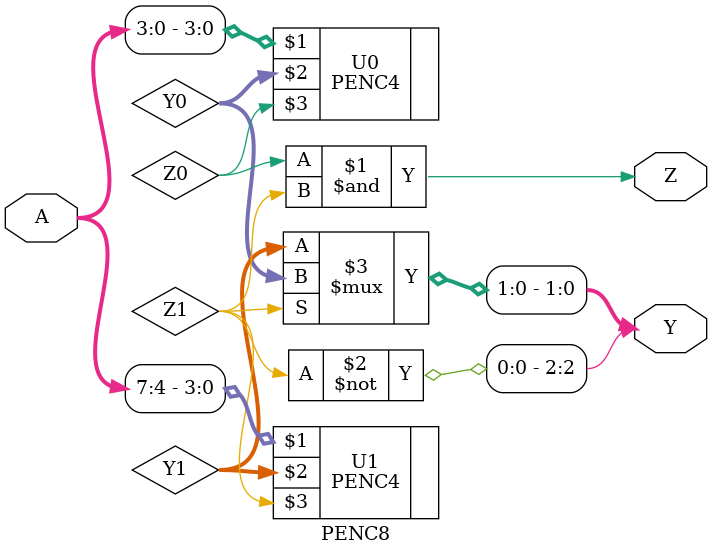
<source format=v>
module PENC8(A,Y,Z);

input [7:0]A;
output [2:0]Y;
output Z;

wire [1:0]Y0,Y1;
wire Z0,Z1;

PENC4 U0(A[3:0],Y0,Z0);
PENC4 U1(A[7:4],Y1,Z1);

assign Z=Z0&Z1;
assign Y[2]=~Z1;
assign Y[1:0]=(Y[2])?Y1:Y0;

endmodule
</source>
